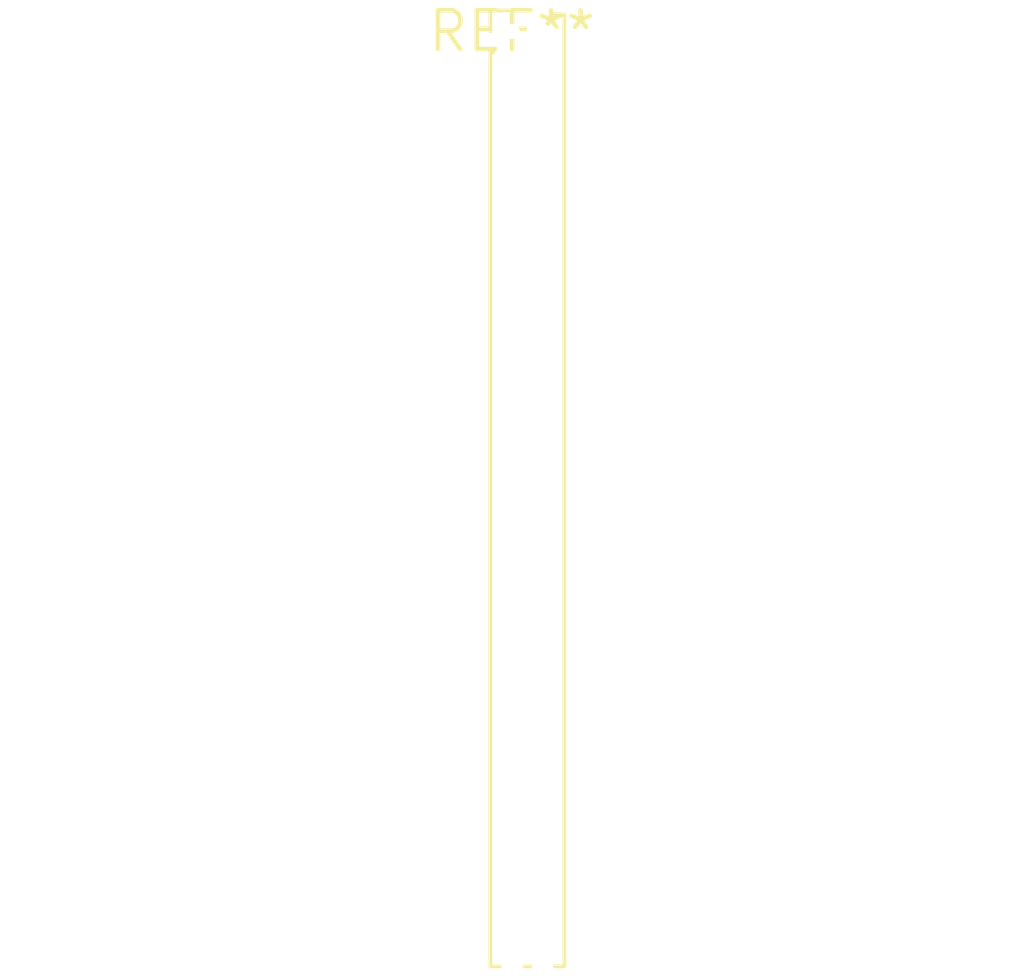
<source format=kicad_pcb>
(kicad_pcb (version 20240108) (generator pcbnew)
  (layers (0 "F.Cu" signal) (31 "B.Cu" signal) (34 "B.Paste" user) (35 "F.Paste" user) (36 "B.SilkS" user "B.Silkscreen") (37 "F.SilkS" user "F.Silkscreen") (38 "B.Mask" user) (39 "F.Mask" user) (44 "Edge.Cuts" user))
  (net 0 "")
  (footprint "PinHeader_2x31_P1.00mm_Vertical" (layer "F.Cu") (at 0 0)
    (property "Reference" "REF**")
    (property "Value" "PinHeader_2x31_P1.00mm_Vertical")
    (fp_line (start -0.71 -0.685) (end 0 -0.685) (layer "F.SilkS") (stroke (width 0.12)))
    (fp_line (start -0.71 0) (end -0.71 -0.685) (layer "F.SilkS") (stroke (width 0.12)))
    (fp_line (start -0.71 0.685) (end -0.71 30.56) (layer "F.SilkS") (stroke (width 0.12)))
    (fp_line (start -0.71 0.685) (end -0.608276 0.685) (layer "F.SilkS") (stroke (width 0.12)))
    (fp_line (start -0.71 30.56) (end -0.394493 30.56) (layer "F.SilkS") (stroke (width 0.12)))
    (fp_line (start 0.394493 30.56) (end 0.605507 30.56) (layer "F.SilkS") (stroke (width 0.12)))
    (fp_line (start 1.394493 -0.56) (end 1.71 -0.56) (layer "F.SilkS") (stroke (width 0.12)))
    (fp_line (start 1.394493 30.56) (end 1.71 30.56) (layer "F.SilkS") (stroke (width 0.12)))
    (fp_line (start 1.71 -0.56) (end 1.71 30.56) (layer "F.SilkS") (stroke (width 0.12)))
    (pad "1" thru_hole rect (at 0 0) (size 0.85 0.85) (drill 0.5) (layers *.Cu *.Mask) (remove_unused_layers))
    (pad "2" thru_hole oval (at 1 0) (size 0.85 0.85) (drill 0.5) (layers *.Cu *.Mask) (remove_unused_layers))
    (pad "3" thru_hole oval (at 0 1) (size 0.85 0.85) (drill 0.5) (layers *.Cu *.Mask) (remove_unused_layers))
    (pad "4" thru_hole oval (at 1 1) (size 0.85 0.85) (drill 0.5) (layers *.Cu *.Mask) (remove_unused_layers))
    (pad "5" thru_hole oval (at 0 2) (size 0.85 0.85) (drill 0.5) (layers *.Cu *.Mask) (remove_unused_layers))
    (pad "6" thru_hole oval (at 1 2) (size 0.85 0.85) (drill 0.5) (layers *.Cu *.Mask) (remove_unused_layers))
    (pad "7" thru_hole oval (at 0 3) (size 0.85 0.85) (drill 0.5) (layers *.Cu *.Mask) (remove_unused_layers))
    (pad "8" thru_hole oval (at 1 3) (size 0.85 0.85) (drill 0.5) (layers *.Cu *.Mask) (remove_unused_layers))
    (pad "9" thru_hole oval (at 0 4) (size 0.85 0.85) (drill 0.5) (layers *.Cu *.Mask) (remove_unused_layers))
    (pad "10" thru_hole oval (at 1 4) (size 0.85 0.85) (drill 0.5) (layers *.Cu *.Mask) (remove_unused_layers))
    (pad "11" thru_hole oval (at 0 5) (size 0.85 0.85) (drill 0.5) (layers *.Cu *.Mask) (remove_unused_layers))
    (pad "12" thru_hole oval (at 1 5) (size 0.85 0.85) (drill 0.5) (layers *.Cu *.Mask) (remove_unused_layers))
    (pad "13" thru_hole oval (at 0 6) (size 0.85 0.85) (drill 0.5) (layers *.Cu *.Mask) (remove_unused_layers))
    (pad "14" thru_hole oval (at 1 6) (size 0.85 0.85) (drill 0.5) (layers *.Cu *.Mask) (remove_unused_layers))
    (pad "15" thru_hole oval (at 0 7) (size 0.85 0.85) (drill 0.5) (layers *.Cu *.Mask) (remove_unused_layers))
    (pad "16" thru_hole oval (at 1 7) (size 0.85 0.85) (drill 0.5) (layers *.Cu *.Mask) (remove_unused_layers))
    (pad "17" thru_hole oval (at 0 8) (size 0.85 0.85) (drill 0.5) (layers *.Cu *.Mask) (remove_unused_layers))
    (pad "18" thru_hole oval (at 1 8) (size 0.85 0.85) (drill 0.5) (layers *.Cu *.Mask) (remove_unused_layers))
    (pad "19" thru_hole oval (at 0 9) (size 0.85 0.85) (drill 0.5) (layers *.Cu *.Mask) (remove_unused_layers))
    (pad "20" thru_hole oval (at 1 9) (size 0.85 0.85) (drill 0.5) (layers *.Cu *.Mask) (remove_unused_layers))
    (pad "21" thru_hole oval (at 0 10) (size 0.85 0.85) (drill 0.5) (layers *.Cu *.Mask) (remove_unused_layers))
    (pad "22" thru_hole oval (at 1 10) (size 0.85 0.85) (drill 0.5) (layers *.Cu *.Mask) (remove_unused_layers))
    (pad "23" thru_hole oval (at 0 11) (size 0.85 0.85) (drill 0.5) (layers *.Cu *.Mask) (remove_unused_layers))
    (pad "24" thru_hole oval (at 1 11) (size 0.85 0.85) (drill 0.5) (layers *.Cu *.Mask) (remove_unused_layers))
    (pad "25" thru_hole oval (at 0 12) (size 0.85 0.85) (drill 0.5) (layers *.Cu *.Mask) (remove_unused_layers))
    (pad "26" thru_hole oval (at 1 12) (size 0.85 0.85) (drill 0.5) (layers *.Cu *.Mask) (remove_unused_layers))
    (pad "27" thru_hole oval (at 0 13) (size 0.85 0.85) (drill 0.5) (layers *.Cu *.Mask) (remove_unused_layers))
    (pad "28" thru_hole oval (at 1 13) (size 0.85 0.85) (drill 0.5) (layers *.Cu *.Mask) (remove_unused_layers))
    (pad "29" thru_hole oval (at 0 14) (size 0.85 0.85) (drill 0.5) (layers *.Cu *.Mask) (remove_unused_layers))
    (pad "30" thru_hole oval (at 1 14) (size 0.85 0.85) (drill 0.5) (layers *.Cu *.Mask) (remove_unused_layers))
    (pad "31" thru_hole oval (at 0 15) (size 0.85 0.85) (drill 0.5) (layers *.Cu *.Mask) (remove_unused_layers))
    (pad "32" thru_hole oval (at 1 15) (size 0.85 0.85) (drill 0.5) (layers *.Cu *.Mask) (remove_unused_layers))
    (pad "33" thru_hole oval (at 0 16) (size 0.85 0.85) (drill 0.5) (layers *.Cu *.Mask) (remove_unused_layers))
    (pad "34" thru_hole oval (at 1 16) (size 0.85 0.85) (drill 0.5) (layers *.Cu *.Mask) (remove_unused_layers))
    (pad "35" thru_hole oval (at 0 17) (size 0.85 0.85) (drill 0.5) (layers *.Cu *.Mask) (remove_unused_layers))
    (pad "36" thru_hole oval (at 1 17) (size 0.85 0.85) (drill 0.5) (layers *.Cu *.Mask) (remove_unused_layers))
    (pad "37" thru_hole oval (at 0 18) (size 0.85 0.85) (drill 0.5) (layers *.Cu *.Mask) (remove_unused_layers))
    (pad "38" thru_hole oval (at 1 18) (size 0.85 0.85) (drill 0.5) (layers *.Cu *.Mask) (remove_unused_layers))
    (pad "39" thru_hole oval (at 0 19) (size 0.85 0.85) (drill 0.5) (layers *.Cu *.Mask) (remove_unused_layers))
    (pad "40" thru_hole oval (at 1 19) (size 0.85 0.85) (drill 0.5) (layers *.Cu *.Mask) (remove_unused_layers))
    (pad "41" thru_hole oval (at 0 20) (size 0.85 0.85) (drill 0.5) (layers *.Cu *.Mask) (remove_unused_layers))
    (pad "42" thru_hole oval (at 1 20) (size 0.85 0.85) (drill 0.5) (layers *.Cu *.Mask) (remove_unused_layers))
    (pad "43" thru_hole oval (at 0 21) (size 0.85 0.85) (drill 0.5) (layers *.Cu *.Mask) (remove_unused_layers))
    (pad "44" thru_hole oval (at 1 21) (size 0.85 0.85) (drill 0.5) (layers *.Cu *.Mask) (remove_unused_layers))
    (pad "45" thru_hole oval (at 0 22) (size 0.85 0.85) (drill 0.5) (layers *.Cu *.Mask) (remove_unused_layers))
    (pad "46" thru_hole oval (at 1 22) (size 0.85 0.85) (drill 0.5) (layers *.Cu *.Mask) (remove_unused_layers))
    (pad "47" thru_hole oval (at 0 23) (size 0.85 0.85) (drill 0.5) (layers *.Cu *.Mask) (remove_unused_layers))
    (pad "48" thru_hole oval (at 1 23) (size 0.85 0.85) (drill 0.5) (layers *.Cu *.Mask) (remove_unused_layers))
    (pad "49" thru_hole oval (at 0 24) (size 0.85 0.85) (drill 0.5) (layers *.Cu *.Mask) (remove_unused_layers))
    (pad "50" thru_hole oval (at 1 24) (size 0.85 0.85) (drill 0.5) (layers *.Cu *.Mask) (remove_unused_layers))
    (pad "51" thru_hole oval (at 0 25) (size 0.85 0.85) (drill 0.5) (layers *.Cu *.Mask) (remove_unused_layers))
    (pad "52" thru_hole oval (at 1 25) (size 0.85 0.85) (drill 0.5) (layers *.Cu *.Mask) (remove_unused_layers))
    (pad "53" thru_hole oval (at 0 26) (size 0.85 0.85) (drill 0.5) (layers *.Cu *.Mask) (remove_unused_layers))
    (pad "54" thru_hole oval (at 1 26) (size 0.85 0.85) (drill 0.5) (layers *.Cu *.Mask) (remove_unused_layers))
    (pad "55" thru_hole oval (at 0 27) (size 0.85 0.85) (drill 0.5) (layers *.Cu *.Mask) (remove_unused_layers))
    (pad "56" thru_hole oval (at 1 27) (size 0.85 0.85) (drill 0.5) (layers *.Cu *.Mask) (remove_unused_layers))
    (pad "57" thru_hole oval (at 0 28) (size 0.85 0.85) (drill 0.5) (layers *.Cu *.Mask) (remove_unused_layers))
    (pad "58" thru_hole oval (at 1 28) (size 0.85 0.85) (drill 0.5) (layers *.Cu *.Mask) (remove_unused_layers))
    (pad "59" thru_hole oval (at 0 29) (size 0.85 0.85) (drill 0.5) (layers *.Cu *.Mask) (remove_unused_layers))
    (pad "60" thru_hole oval (at 1 29) (size 0.85 0.85) (drill 0.5) (layers *.Cu *.Mask) (remove_unused_layers))
    (pad "61" thru_hole oval (at 0 30) (size 0.85 0.85) (drill 0.5) (layers *.Cu *.Mask) (remove_unused_layers))
    (pad "62" thru_hole oval (at 1 30) (size 0.85 0.85) (drill 0.5) (layers *.Cu *.Mask) (remove_unused_layers))
  )
)
</source>
